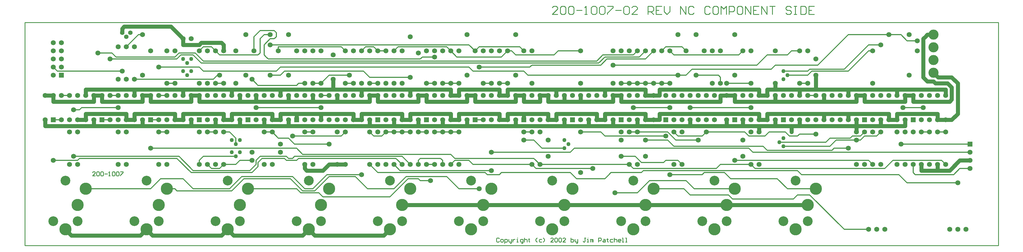
<source format=gtl>
*%FSLAX23Y23*%
*%MOIN*%
G01*
%ADD11C,0.006*%
%ADD12C,0.007*%
%ADD13C,0.008*%
%ADD14C,0.010*%
%ADD15C,0.012*%
%ADD16C,0.020*%
%ADD17C,0.032*%
%ADD18C,0.036*%
%ADD19C,0.050*%
%ADD20C,0.050*%
%ADD21C,0.052*%
%ADD22C,0.054*%
%ADD23C,0.055*%
%ADD24C,0.056*%
%ADD25C,0.059*%
%ADD26C,0.060*%
%ADD27C,0.062*%
%ADD28C,0.066*%
%ADD29C,0.070*%
%ADD30C,0.080*%
%ADD31C,0.090*%
%ADD32C,0.095*%
%ADD33C,0.115*%
%ADD34C,0.120*%
%ADD35C,0.124*%
%ADD36C,0.125*%
%ADD37C,0.129*%
%ADD38C,0.150*%
%ADD39C,0.154*%
%ADD40R,0.062X0.062*%
%ADD41R,0.066X0.066*%
D14*
X10318Y9439D02*
X10385D01*
X10318D02*
X10385Y9506D01*
Y9522D01*
X10368Y9539D01*
X10335D01*
X10318Y9522D01*
X10418D02*
X10435Y9539D01*
X10468D01*
X10485Y9522D01*
Y9456D01*
X10468Y9439D01*
X10435D01*
X10418Y9456D01*
Y9522D01*
X10518D02*
X10535Y9539D01*
X10568D01*
X10585Y9522D01*
Y9456D01*
X10568Y9439D01*
X10535D01*
X10518Y9456D01*
Y9522D01*
X10618Y9489D02*
X10685D01*
X10718Y9439D02*
X10751D01*
X10735D01*
Y9539D01*
X10736D01*
X10735D02*
X10718Y9522D01*
X10801D02*
X10818Y9539D01*
X10851D01*
X10868Y9522D01*
Y9456D01*
X10851Y9439D01*
X10818D01*
X10801Y9456D01*
Y9522D01*
X10901D02*
X10918Y9539D01*
X10951D01*
X10968Y9522D01*
Y9456D01*
X10951Y9439D01*
X10918D01*
X10901Y9456D01*
Y9522D01*
X11001Y9539D02*
X11068D01*
Y9522D01*
X11001Y9456D01*
Y9439D01*
X11101Y9489D02*
X11168D01*
X11201Y9522D02*
X11218Y9539D01*
X11251D01*
X11268Y9522D01*
Y9456D01*
X11251Y9439D01*
X11218D01*
X11201Y9456D01*
Y9522D01*
X11301Y9439D02*
X11368D01*
X11301D02*
X11368Y9506D01*
Y9522D01*
X11351Y9539D01*
X11318D01*
X11301Y9522D01*
X11501Y9539D02*
Y9439D01*
Y9539D02*
X11551D01*
X11568Y9522D01*
Y9489D01*
X11551Y9472D01*
X11501D01*
X11534D02*
X11568Y9439D01*
X11601Y9539D02*
X11668D01*
X11601D02*
Y9439D01*
X11668D01*
X11634Y9489D02*
X11601D01*
X11701Y9472D02*
Y9539D01*
Y9472D02*
X11734Y9439D01*
X11768Y9472D01*
Y9539D01*
X11901D02*
Y9439D01*
X11967D02*
X11901Y9539D01*
X11967D02*
Y9439D01*
X12067Y9522D02*
X12051Y9539D01*
X12017D01*
X12001Y9522D01*
Y9456D01*
X12017Y9439D01*
X12051D01*
X12067Y9456D01*
X12251Y9539D02*
X12267Y9522D01*
X12251Y9539D02*
X12217D01*
X12201Y9522D01*
Y9456D01*
X12217Y9439D01*
X12251D01*
X12267Y9456D01*
X12317Y9539D02*
X12351D01*
X12317D02*
X12301Y9522D01*
Y9456D01*
X12317Y9439D01*
X12351D01*
X12367Y9456D01*
Y9522D01*
X12351Y9539D01*
X12401D02*
Y9439D01*
X12434Y9506D02*
X12401Y9539D01*
X12434Y9506D02*
X12467Y9539D01*
Y9439D01*
X12501D02*
Y9539D01*
X12551D01*
X12567Y9522D01*
Y9489D01*
X12551Y9472D01*
X12501D01*
X12617Y9539D02*
X12651D01*
X12617D02*
X12601Y9522D01*
Y9456D01*
X12617Y9439D01*
X12651D01*
X12667Y9456D01*
Y9522D01*
X12651Y9539D01*
X12701D02*
Y9439D01*
X12767D02*
X12701Y9539D01*
X12767D02*
Y9439D01*
X12801Y9539D02*
X12867D01*
X12801D02*
Y9439D01*
X12867D01*
X12834Y9489D02*
X12801D01*
X12900Y9439D02*
Y9539D01*
X12967Y9439D01*
Y9539D01*
X13000D02*
X13067D01*
X13034D01*
Y9439D01*
X13250Y9539D02*
X13267Y9522D01*
X13250Y9539D02*
X13217D01*
X13200Y9522D01*
Y9506D01*
X13217Y9489D01*
X13250D01*
X13267Y9472D01*
Y9456D01*
X13250Y9439D01*
X13217D01*
X13200Y9456D01*
X13300Y9539D02*
X13334D01*
X13317D01*
Y9439D01*
X13300D01*
X13334D01*
X13384D02*
Y9539D01*
Y9439D02*
X13434D01*
X13450Y9456D01*
Y9522D01*
X13434Y9539D01*
X13384D01*
X13484D02*
X13550D01*
X13484D02*
Y9439D01*
X13550D01*
X13517Y9489D02*
X13484D01*
X4686Y7449D02*
X4653D01*
X4686Y7482D01*
Y7491D01*
X4678Y7499D01*
X4661D01*
X4653Y7491D01*
X4703D02*
X4711Y7499D01*
X4728D01*
X4736Y7491D01*
Y7457D01*
X4728Y7449D01*
X4711D01*
X4703Y7457D01*
Y7491D01*
X4753D02*
X4761Y7499D01*
X4778D01*
X4786Y7491D01*
Y7457D01*
X4778Y7449D01*
X4761D01*
X4753Y7457D01*
Y7491D01*
X4803Y7474D02*
X4836D01*
X4853Y7449D02*
X4870D01*
X4861D01*
Y7499D01*
X4862D01*
X4861D02*
X4853Y7491D01*
X4895D02*
X4903Y7499D01*
X4920D01*
X4928Y7491D01*
Y7457D01*
X4920Y7449D01*
X4903D01*
X4895Y7457D01*
Y7491D01*
X4945D02*
X4953Y7499D01*
X4970D01*
X4978Y7491D01*
Y7457D01*
X4970Y7449D01*
X4953D01*
X4945Y7457D01*
Y7491D01*
X4995Y7499D02*
X5028D01*
Y7491D01*
X4995Y7457D01*
Y7449D01*
X9658Y6684D02*
X9666Y6676D01*
X9658Y6684D02*
X9641D01*
X9633Y6676D01*
Y6642D01*
X9641Y6634D01*
X9658D01*
X9666Y6642D01*
X9691Y6634D02*
X9708D01*
X9716Y6642D01*
Y6659D01*
X9708Y6667D01*
X9691D01*
X9683Y6659D01*
Y6642D01*
X9691Y6634D01*
X9733Y6617D02*
Y6667D01*
X9758D01*
X9766Y6659D01*
Y6642D01*
X9758Y6634D01*
X9733D01*
X9783Y6642D02*
Y6667D01*
Y6642D02*
X9791Y6634D01*
X9816D01*
Y6626D01*
X9808Y6617D01*
X9800D01*
X9816Y6634D02*
Y6667D01*
X9833D02*
Y6634D01*
Y6651D01*
X9841Y6659D01*
X9850Y6667D01*
X9858D01*
X9883Y6634D02*
X9900D01*
X9891D01*
Y6667D01*
X9883D01*
X9891Y6684D02*
X9892D01*
X9941Y6617D02*
X9950D01*
X9958Y6626D01*
Y6667D01*
X9933D01*
X9925Y6659D01*
Y6642D01*
X9933Y6634D01*
X9958D01*
X9975D02*
Y6684D01*
Y6659D02*
Y6634D01*
Y6659D02*
X9983Y6667D01*
X10000D01*
X10008Y6659D01*
Y6634D01*
X10033Y6667D02*
Y6676D01*
Y6667D02*
X10025D01*
X10041D01*
X10033D01*
Y6642D01*
X10041Y6634D01*
X10116Y6651D02*
X10133Y6634D01*
X10116Y6651D02*
Y6667D01*
X10133Y6684D01*
X10166Y6667D02*
X10191D01*
X10166D02*
X10158Y6659D01*
Y6642D01*
X10166Y6634D01*
X10191D01*
X10208D02*
X10224Y6651D01*
Y6667D01*
X10208Y6684D01*
X10299Y6634D02*
X10333D01*
X10299D02*
X10333Y6667D01*
Y6676D01*
X10324Y6684D01*
X10308D01*
X10299Y6676D01*
X10349D02*
X10358Y6684D01*
X10374D01*
X10383Y6676D01*
Y6642D01*
X10374Y6634D01*
X10358D01*
X10349Y6642D01*
Y6676D01*
X10399D02*
X10408Y6684D01*
X10424D01*
X10433Y6676D01*
Y6642D01*
X10424Y6634D01*
X10408D01*
X10399Y6642D01*
Y6676D01*
X10449Y6634D02*
X10483D01*
X10449D02*
X10483Y6667D01*
Y6676D01*
X10474Y6684D01*
X10458D01*
X10449Y6676D01*
X10549Y6684D02*
Y6634D01*
X10574D01*
X10583Y6642D01*
Y6651D01*
Y6659D01*
X10574Y6667D01*
X10549D01*
X10599D02*
Y6642D01*
X10608Y6634D01*
X10633D01*
Y6626D01*
X10624Y6617D01*
X10616D01*
X10633Y6634D02*
Y6667D01*
X10716Y6684D02*
X10733D01*
X10724D02*
X10716D01*
X10724D02*
Y6642D01*
X10716Y6634D01*
X10708D01*
X10699Y6642D01*
X10749Y6634D02*
X10766D01*
X10758D01*
Y6667D01*
X10749D01*
X10758Y6684D02*
X10759D01*
X10791Y6667D02*
Y6634D01*
Y6667D02*
X10799D01*
X10808Y6659D01*
Y6634D01*
Y6659D01*
X10816Y6667D01*
X10824Y6659D01*
Y6634D01*
X10891D02*
Y6684D01*
X10916D01*
X10924Y6676D01*
Y6659D01*
X10916Y6651D01*
X10891D01*
X10949Y6667D02*
X10966D01*
X10974Y6659D01*
Y6634D01*
X10949D01*
X10941Y6642D01*
X10949Y6651D01*
X10974D01*
X10999Y6667D02*
Y6676D01*
Y6667D02*
X10991D01*
X11008D01*
X10999D01*
Y6642D01*
X11008Y6634D01*
X11041Y6667D02*
X11066D01*
X11041D02*
X11033Y6659D01*
Y6642D01*
X11041Y6634D01*
X11066D01*
X11083D02*
Y6684D01*
Y6659D02*
Y6634D01*
Y6659D02*
X11091Y6667D01*
X11108D01*
X11116Y6659D01*
Y6634D01*
X11141D02*
X11158D01*
X11141D02*
X11133Y6642D01*
Y6659D01*
X11141Y6667D01*
X11158D01*
X11166Y6659D01*
Y6651D01*
X11133D01*
X11182Y6634D02*
X11199D01*
X11191D01*
Y6684D01*
X11182D01*
X11224Y6634D02*
X11241D01*
X11232D01*
Y6684D01*
X11224D01*
X15818Y6589D02*
X3818D01*
Y9339D02*
X15818D01*
Y6589D01*
X3818D02*
Y9339D01*
D15*
X5068Y9039D02*
X5218Y9189D01*
X7368Y7289D02*
X7543Y7464D01*
X7568Y7439D02*
X7393Y7264D01*
X8343Y7214D02*
X8543Y7414D01*
X11368Y7239D02*
X11518Y7389D01*
X13593Y8814D02*
X13968Y9189D01*
X8518Y7439D02*
X8368Y7289D01*
X6518Y7414D02*
X6368Y7264D01*
X6343Y7289D02*
X6493Y7439D01*
X5493Y7414D02*
X5368Y7289D01*
X13968Y8739D02*
X14218Y8989D01*
X12968Y8939D02*
X12843Y8814D01*
X13918Y8764D02*
X14218Y9064D01*
X7268Y7289D02*
X7118Y7439D01*
X7093Y7414D02*
X7243Y7264D01*
X9018Y7439D02*
X9168Y7289D01*
X13493Y7214D02*
X13918Y6789D01*
X13218Y7289D02*
X13093Y7414D01*
X8043Y7289D02*
X7893Y7439D01*
X5893Y7289D02*
X5768Y7414D01*
X5893Y7514D02*
X5718Y7689D01*
X5693Y7664D02*
X5868Y7489D01*
X13918Y6789D02*
X14218D01*
X4218Y8739D02*
X4168Y8789D01*
X7268Y7289D02*
X7368D01*
X5368D02*
X4568D01*
X7243Y7264D02*
X7393D01*
X9168Y7289D02*
X9418D01*
X7443Y7239D02*
X7218D01*
X7168Y7289D02*
X6568D01*
X12018Y7214D02*
X12493D01*
X13343D02*
X13493D01*
X11943Y7289D02*
X11568D01*
X11368Y7239D02*
X11093D01*
X12068Y7289D02*
X12568D01*
X13218D02*
X13568D01*
X8368D02*
X8043D01*
X5668D02*
X5568D01*
X5693Y7264D02*
X6368D01*
X6343Y7289D02*
X5893D01*
X7493Y7189D02*
X8318D01*
X12543Y7164D02*
X13293D01*
X4518Y8289D02*
X4493Y8264D01*
Y7664D02*
X4468Y7639D01*
X12818Y7539D02*
X14418D01*
X14793Y7464D02*
X15268D01*
X15343Y7539D02*
X15468D01*
X12343D02*
X11318D01*
X10968Y7414D02*
X10618D01*
X9568Y7514D02*
X8443D01*
X7118Y7439D02*
X6493D01*
X7543Y7464D02*
X7968D01*
X7093Y7414D02*
X6518D01*
X7568Y7439D02*
X7893D01*
X8518D02*
X9018D01*
X8668Y7414D02*
X8543D01*
X12193Y7489D02*
X12443D01*
X12518Y7414D02*
X13093D01*
X11418Y7489D02*
X11043D01*
X11768Y7464D02*
X12168D01*
X10818Y7539D02*
X10118D01*
X9493Y7489D02*
X8168D01*
X9518Y7464D02*
X9668D01*
X9693Y7489D02*
X10543D01*
X5768Y7414D02*
X5493D01*
X6118Y7539D02*
X6218D01*
X5893Y7514D02*
X6593D01*
X6618Y7489D02*
X5868D01*
X13393Y7464D02*
X14593D01*
X13343Y7514D02*
X11443D01*
X14693Y7364D02*
X15318D01*
X8818Y7389D02*
X8693D01*
X11518D02*
X11968D01*
X14518Y7639D02*
X15118D01*
X14218D02*
X12568D01*
X8943Y7664D02*
X8693D01*
X8768Y7589D02*
X8868D01*
X9568Y7739D02*
X10543D01*
X12793D02*
X15468D01*
X12768Y7589D02*
X12393D01*
X6418Y7689D02*
X6018D01*
X6468Y7639D02*
X6618D01*
X6418Y7589D02*
X6268D01*
X9118Y7664D02*
X10093D01*
X9068Y7714D02*
X7243D01*
X7143Y7689D02*
X8468D01*
X7118Y7664D02*
X7068D01*
X7043Y7689D02*
X6718D01*
X5718D02*
X4418D01*
X7193Y7664D02*
X8393D01*
X7168Y7639D02*
X7043D01*
X7018Y7664D02*
X6743D01*
X5693D02*
X4493D01*
X4468Y7639D02*
X4168D01*
X11168Y7689D02*
X11343D01*
X11418Y7614D02*
X11693D01*
X11718Y7639D02*
X11868D01*
X11268Y7589D02*
X10168D01*
X9293Y7639D02*
X9118D01*
X9343Y7589D02*
X10068D01*
X4943Y8914D02*
X4893Y8964D01*
X11843Y7889D02*
X12118D01*
X14618Y7839D02*
X15468D01*
X14118Y7889D02*
X14068D01*
X10093D02*
X9968D01*
X10193Y7789D02*
X10468D01*
X10593D02*
X12743D01*
X7168D02*
X5368D01*
X11818Y7814D02*
X12918D01*
X13793Y7789D02*
X13968D01*
X11743Y7889D02*
X11468D01*
X7068Y7914D02*
X6943D01*
X7143Y7839D02*
X7568D01*
X12968Y7764D02*
X13768D01*
X13693Y7864D02*
X13118D01*
X13743Y7914D02*
X13993D01*
X13743Y7814D02*
X13168D01*
X13818Y7889D02*
X14068D01*
X12693Y7989D02*
X12218D01*
X12993D02*
X13193D01*
X11743D02*
X11368D01*
X11268D01*
X14868D02*
X14968D01*
X15068D02*
X15168D01*
X8968D02*
X8868D01*
X8968D02*
X9068D01*
X8768D02*
X8668D01*
X8568D02*
X8468D01*
X8368D01*
X8268D01*
X9968D02*
X10068D01*
X7368D02*
X7268D01*
X6168D02*
X6068D01*
X5568D02*
X5468D01*
X6268D02*
X6343D01*
X6768D02*
X6868D01*
X10668D02*
X10918D01*
X12743Y7939D02*
X12943D01*
X13243D02*
X13343D01*
X13368Y7964D02*
X13568D01*
X12168Y7939D02*
X11868D01*
X14168D02*
X14318D01*
X8218D02*
X8118D01*
X7718D02*
X7118D01*
X10968D02*
X11718D01*
X14018D02*
X14118D01*
X9168Y7989D02*
X9068D01*
X4493Y8264D02*
X4418D01*
X4518Y8289D02*
X4968D01*
X14643D02*
X14868D01*
X14893D01*
X12768D02*
X12018D01*
X11768D02*
X11318D01*
X4268Y8139D02*
X4168D01*
X4768D02*
X4868D01*
X9368D02*
X9468D01*
X5468D02*
X5368D01*
X6668Y8289D02*
X7468D01*
X13468Y8439D02*
X13568D01*
X4368D02*
X4268D01*
X4868D02*
X4968D01*
X5468D02*
X5568D01*
X7468D02*
X7568D01*
X5743Y8939D02*
X5693Y8889D01*
X5668Y8914D02*
X5718Y8964D01*
X5668Y7289D02*
X5693Y7264D01*
X6843Y8689D02*
X6968D01*
X8068Y8664D02*
X8568D01*
X5668Y8589D02*
X5568D01*
X6168D02*
X6268D01*
X8768D02*
X8868D01*
X8968D02*
X9068D01*
X9168D01*
X9668D02*
X9768D01*
X9568D02*
X9468D01*
X11368D02*
X11468D01*
X11568D01*
X11668D01*
X11768D01*
X11268D02*
X11168D01*
X11268D02*
X11368D01*
X11868Y8689D02*
X10018D01*
X7868Y8589D02*
X7768D01*
X8068D02*
X8168D01*
X6143Y8639D02*
X5168D01*
X6193Y8689D02*
X6218D01*
X13368Y8589D02*
X13468D01*
X12768D02*
X12468D01*
X11968Y8689D02*
X11868D01*
X12093D02*
X12368D01*
X13218D02*
X13468D01*
X7468Y8589D02*
X7368D01*
X7168Y8564D02*
X6693D01*
X7193Y8589D02*
X7268D01*
X7568Y8689D02*
X7818D01*
X6018Y8864D02*
X5918Y8964D01*
X5893Y8939D02*
X5993Y8839D01*
X7018Y8739D02*
X7993D01*
X9343D02*
X9968D01*
X9293Y8789D02*
X6968D01*
X6918Y8739D02*
X6018D01*
X5968Y8789D02*
X5468D01*
X9143Y8914D02*
X9693D01*
X10068Y8814D02*
X10918D01*
X10043Y8789D02*
X9418D01*
X5693Y8889D02*
X4868D01*
X11068Y8814D02*
X12843D01*
X11468Y8889D02*
X10993D01*
X10968Y8914D02*
X11393D01*
X5668D02*
X4943D01*
X6018Y8864D02*
X10868D01*
X8868Y8914D02*
X8718D01*
X13068Y8814D02*
X13593D01*
X5018Y8739D02*
X4218D01*
X12043Y8764D02*
X13018D01*
X13518Y8739D02*
X13968D01*
X13468D02*
X13168D01*
X13493Y8764D02*
X13918D01*
X10893Y8839D02*
X5993D01*
X6818Y8889D02*
X8693D01*
X5968Y7639D02*
Y7589D01*
X6143Y8639D02*
X6193Y8689D01*
X5968Y8989D02*
X6018Y9039D01*
Y7689D02*
X5968Y7639D01*
X6018Y8739D02*
X5968Y8789D01*
X6168Y8989D02*
X6118Y9039D01*
X6068Y7589D02*
X6118Y7539D01*
Y9039D02*
X6018D01*
X10393Y8989D02*
X10668D01*
X9818D02*
X9768D01*
X11718Y9039D02*
X11918D01*
X4893Y8964D02*
X4718D01*
X5718D02*
X5918D01*
X9418Y9039D02*
X9918D01*
X9018D02*
X8418D01*
X8118D02*
X8018D01*
X8168Y8989D02*
X8268D01*
X10943Y8939D02*
X11318D01*
X5893D02*
X5743D01*
X9868D02*
X10343D01*
X11818D02*
X12618D01*
X14218Y8989D02*
X14268D01*
X13368D02*
X13268D01*
X13218Y8939D02*
X12968D01*
X14218Y9064D02*
X14368D01*
X7718Y9039D02*
X6943D01*
X6843Y9064D02*
X9293D01*
X6693Y8939D02*
X6218D01*
X6268Y7589D02*
X6218Y7539D01*
Y8939D02*
X6168Y8989D01*
X5268Y9189D02*
X5218D01*
X13968D02*
X14068D01*
X14618D01*
X14693Y9114D02*
X14818D01*
X6843Y9189D02*
X6768D01*
X6843Y9139D02*
X6893D01*
Y9239D02*
X6718D01*
X6418Y7914D02*
Y7839D01*
X6468Y7639D02*
X6418Y7589D01*
Y7914D02*
X6343Y7989D01*
X6668Y7639D02*
Y7589D01*
X6693Y7564D02*
Y7614D01*
X6718Y8964D02*
Y9139D01*
X6643Y9089D02*
Y8989D01*
Y9089D02*
Y9164D01*
X6718Y7689D02*
X6668Y7639D01*
X6693Y7614D02*
X6743Y7664D01*
X6668Y7589D02*
X6593Y7514D01*
X6618Y7489D02*
X6693Y7564D01*
Y8939D02*
X6718Y8964D01*
Y9139D02*
X6768Y9189D01*
X6718Y9239D02*
X6643Y9164D01*
X6618Y8639D02*
X6693Y8564D01*
X6768Y8939D02*
Y9064D01*
X6918Y9164D02*
Y9214D01*
X6968Y8789D02*
X6918Y8739D01*
X6768Y9064D02*
X6843Y9139D01*
X6893D02*
X6918Y9164D01*
X6868Y7989D02*
X6943Y7914D01*
X6818Y8889D02*
X6793Y8914D01*
X6768Y8939D01*
X6918Y9214D02*
X6893Y9239D01*
X6943Y9039D02*
Y8989D01*
X7018Y8739D02*
X6968Y8689D01*
X7143Y7689D02*
X7118Y7664D01*
X7068D02*
X7043Y7689D01*
X7018Y7664D02*
X7043Y7639D01*
X7143Y7839D02*
X7068Y7914D01*
X7193Y7664D02*
X7168Y7639D01*
Y8564D02*
X7193Y8589D01*
X7168Y7789D02*
X7243Y7714D01*
X7168Y7289D02*
X7218Y7239D01*
X7468Y8589D02*
X7568Y8689D01*
X7443Y7239D02*
X7468Y7214D01*
X7493Y7189D01*
X7718Y7939D02*
X7768Y7989D01*
Y8989D02*
X7718Y9039D01*
X7968Y8989D02*
X8018Y9039D01*
X7993Y8739D02*
X8068Y8664D01*
Y7989D02*
X8118Y7939D01*
X8068Y7589D02*
X8168Y7489D01*
X8218Y7939D02*
X8268Y7989D01*
X8168Y8989D02*
X8118Y9039D01*
X8343Y7214D02*
X8318Y7189D01*
X8368Y8989D02*
X8418Y9039D01*
X8468Y7689D02*
X8568Y7589D01*
X8468D02*
X8393Y7664D01*
X8368Y7589D02*
X8443Y7514D01*
X8668Y7589D02*
Y7639D01*
X8693Y7664D01*
X8668Y7414D02*
X8693Y7389D01*
Y8889D02*
X8718Y8914D01*
X8968Y7639D02*
Y7589D01*
X9068D02*
X9118Y7639D01*
X8968D02*
X8943Y7664D01*
X9068Y7714D02*
X9118Y7664D01*
X9143Y8914D02*
X9068Y8989D01*
X9018Y9039D01*
X9368Y8989D02*
X9418Y9039D01*
X9293Y8789D02*
X9343Y8739D01*
X9368Y8989D02*
X9293Y9064D01*
Y7639D02*
X9343Y7589D01*
X9493Y7489D02*
X9518Y7464D01*
X9693Y8914D02*
X9768Y8989D01*
X9693Y7489D02*
X9668Y7464D01*
X9868Y8939D02*
X9818Y8989D01*
X10043Y8789D02*
X10068Y8814D01*
X9968Y8739D02*
X10018Y8689D01*
X9968Y8989D02*
X9918Y9039D01*
X10093Y7889D02*
X10193Y7789D01*
X10093Y7664D02*
X10168Y7589D01*
X10118Y7539D02*
X10068Y7589D01*
X10343Y8939D02*
X10393Y8989D01*
X10593Y7789D02*
X10543Y7739D01*
Y7489D02*
X10618Y7414D01*
X10918Y8814D02*
X10993Y8889D01*
X10968Y8914D02*
X10893Y8839D01*
X10868Y8864D02*
X10943Y8939D01*
X11018Y7464D02*
X10968Y7414D01*
X11018Y7464D02*
X11043Y7489D01*
X10968Y7939D02*
X10918Y7989D01*
X11393Y8914D02*
X11468Y8989D01*
X11368D02*
X11318Y8939D01*
X11443Y7514D02*
X11418Y7489D01*
Y7614D02*
X11343Y7689D01*
X11268Y7589D02*
X11318Y7539D01*
X11468Y8889D02*
X11568Y8989D01*
X11668D02*
X11718Y9039D01*
Y7639D02*
X11693Y7614D01*
X11868Y7939D02*
X11818Y7989D01*
X11743D02*
X11843Y7889D01*
X11818Y8939D02*
X11768Y8989D01*
X11743Y7889D02*
X11818Y7814D01*
X11968Y8689D02*
X12043Y8764D01*
X11968Y8989D02*
X11918Y9039D01*
X11943Y7289D02*
X12018Y7214D01*
X12068Y7289D02*
X11968Y7389D01*
X11918Y7589D02*
X11868Y7639D01*
X12168Y7939D02*
X12218Y7989D01*
X12193Y7489D02*
X12168Y7464D01*
X12393Y8589D02*
Y8664D01*
Y7589D02*
X12343Y7539D01*
X12393Y8664D02*
X12368Y8689D01*
X12493Y7214D02*
X12543Y7164D01*
X12518Y7414D02*
X12443Y7489D01*
X12618Y8939D02*
X12668Y8989D01*
X12693Y7989D02*
X12743Y7939D01*
Y7789D02*
X12793Y7739D01*
X12768Y7589D02*
X12818Y7539D01*
X12943Y7939D02*
X12993Y7989D01*
X12918Y7814D02*
X12968Y7764D01*
X13018Y8764D02*
X13068Y8814D01*
X13368Y7964D02*
X13343Y7939D01*
Y7214D02*
X13293Y7164D01*
X13218Y8939D02*
X13268Y8989D01*
X13193Y7989D02*
X13243Y7939D01*
X13343Y7514D02*
X13393Y7464D01*
X13468Y8689D02*
X13518Y8739D01*
X13493Y8764D02*
X13468Y8739D01*
X13793Y7789D02*
X13768Y7764D01*
X13693Y7864D02*
X13743Y7914D01*
X13818Y7889D02*
X13743Y7814D01*
X14118Y7889D02*
X14168Y7939D01*
X14018D02*
X13993Y7914D01*
X14118Y7939D02*
X14168Y7989D01*
X14318Y7939D02*
X14368Y7989D01*
X14218Y7639D02*
X14268Y7589D01*
X14418Y7539D02*
X14518Y7639D01*
X14593Y7464D02*
X14693Y7364D01*
Y9114D02*
X14618Y9189D01*
X14768Y7589D02*
Y7489D01*
X14793Y7464D01*
X15118Y7639D02*
X15168Y7589D01*
X15268Y7464D02*
X15343Y7539D01*
D20*
X8318Y6789D02*
X8243Y6714D01*
X7318Y6789D02*
X7243Y6714D01*
X6318Y6789D02*
X6243Y6714D01*
X5318Y6789D02*
X5243Y6714D01*
X14918Y9164D02*
X14943Y9189D01*
X14918Y9164D02*
X14893Y9139D01*
X15243Y8389D02*
X15218Y8364D01*
X15318Y8214D02*
X15243Y8139D01*
X5993Y9089D02*
X5968Y9064D01*
X5043Y9289D02*
X5018Y9264D01*
X15218Y7514D02*
X15343Y7639D01*
X7568Y7589D02*
X7493Y7514D01*
X7318Y6789D02*
X7393Y6714D01*
X6393D02*
X6318Y6789D01*
X4393Y6714D02*
X4318Y6789D01*
X5318D02*
X5393Y6714D01*
X15018Y8721D02*
X15075Y8664D01*
X14943Y8614D02*
X14893Y8664D01*
X15018Y8614D02*
X15043Y8589D01*
X15193D02*
X15243Y8539D01*
X15318Y8589D02*
X15243Y8664D01*
X6268Y9064D02*
X6243Y9089D01*
X5768Y9139D02*
X5618Y9289D01*
X7268Y7539D02*
X7293Y7514D01*
X7393Y6714D02*
X8243D01*
X7243D02*
X6393D01*
X6243D02*
X5393D01*
X5243D02*
X4393D01*
X4168Y8364D02*
Y8439D01*
X4068Y8139D02*
Y8064D01*
X12468Y7089D02*
X13468D01*
X12468D02*
X11468D01*
X10468D01*
X9468D02*
X8468D01*
X9468D02*
X10468D01*
X4568Y8139D02*
Y8214D01*
Y8439D02*
Y8514D01*
X14868Y7514D02*
X15068D01*
X15218D01*
X7493D02*
X7293D01*
X4768Y8364D02*
Y8439D01*
X4668D02*
Y8364D01*
Y8139D02*
Y8064D01*
X15343Y7639D02*
X15468D01*
X7768Y7589D02*
X7668D01*
X7568D01*
X5068Y8139D02*
Y8214D01*
X5018Y9214D02*
Y9264D01*
X4668Y8064D02*
X4068D01*
X4668D02*
X5268D01*
X5868D01*
X6168D01*
X6468D01*
X6768D01*
X7068D01*
X8068D01*
X8368D01*
X8668D01*
X8968D01*
X9268D01*
X14368D02*
X14668D01*
X14368D02*
X14068D01*
X13368D01*
X13268D01*
X12668D02*
X12468D01*
X12668D02*
X12868D01*
X13068D01*
X13268D01*
X12468D02*
X12018D01*
X11368D01*
X11068D01*
X10768D01*
X10468D01*
X9868D01*
X9268D01*
X5268Y8364D02*
Y8439D01*
X5168Y8214D02*
Y8139D01*
Y8439D02*
Y8514D01*
X5268Y8139D02*
Y8064D01*
X14568Y8214D02*
X15068D01*
X13968D02*
X13668D01*
X12968D01*
X12868D02*
X11643D01*
X11468D02*
X10968D01*
X10868D02*
X10368D01*
X10268D02*
X9968D01*
X9768D01*
X9668D02*
X9168D01*
X9068D02*
X8568D01*
X8468D02*
X7968D01*
X6868D02*
X6368D01*
X6268D02*
X5768D01*
X5668D02*
X5168D01*
X5068D02*
X4568D01*
X13968D02*
X14468D01*
Y8139D02*
X14568D01*
X12968D02*
X12868D01*
X11643D02*
X11568D01*
X11468D01*
X10968D02*
X10868D01*
X10368D02*
X10268D01*
X9768D02*
X9668D01*
X9168D02*
X9068D01*
X8568D02*
X8468D01*
X6968D02*
X6868D01*
X6368D02*
X6268D01*
X5768D02*
X5668D01*
X5168D02*
X5068D01*
X4568D02*
X4468D01*
X15068D02*
X15168D01*
X15243D01*
X7968D02*
X7868D01*
Y8214D02*
X7468D01*
X7168D01*
X6968D01*
X5368Y8364D02*
Y8439D01*
X14068D02*
X14168D01*
X12568D02*
X12468D01*
X12393D01*
X11168D02*
X11068D01*
X10268D02*
X10168D01*
X9968D02*
X9868D01*
X9368D02*
X9268D01*
X8768D02*
X8668D01*
X8168D02*
X8068D01*
X5968D02*
X5868D01*
X5368D02*
X5268D01*
X4768D02*
X4668D01*
X4168D02*
X4068D01*
X14568Y8514D02*
X15168D01*
X14568D02*
X13968D01*
X13368D01*
X12968D01*
X12868D02*
X11643D01*
X12868Y8439D02*
X12968D01*
X11643D02*
X11568D01*
X11468Y8514D02*
X10968D01*
X11468Y8439D02*
X11568D01*
X10968Y8514D02*
X10368D01*
X9768D01*
X9668D02*
X9168D01*
X9668Y8439D02*
X9768D01*
X9068Y8514D02*
X8568D01*
X9068Y8439D02*
X9168D01*
X8568Y8514D02*
X7968D01*
X6968D02*
X6368D01*
X5768D01*
X5168D01*
X4568D01*
X14668Y8439D02*
X14768D01*
X13568Y8514D02*
X13368D01*
X14168Y8364D02*
X14668D01*
X14068D02*
X13668D01*
X13068D01*
X12568D01*
X12393D02*
X11168D01*
X11068D02*
X10668D01*
X10468D01*
X10268D01*
X10168D02*
X9968D01*
X9868D02*
X9368D01*
X9268D02*
X8768D01*
X8668D02*
X8168D01*
X7068D02*
X6668D01*
X6468D01*
X5968D01*
X5868D02*
X5368D01*
X5268D02*
X4768D01*
X4668D02*
X4168D01*
X14768D02*
X15218D01*
X8068D02*
X7668D01*
X7368D01*
X7068D01*
X6968Y8514D02*
X7968D01*
X5668Y8214D02*
Y8139D01*
X15075Y8664D02*
X15243D01*
X15018Y8614D02*
X14943D01*
X15043Y8589D02*
X15193D01*
X5868Y8439D02*
Y8364D01*
X5768Y8214D02*
Y8139D01*
Y8439D02*
Y8514D01*
X5868Y8139D02*
Y8064D01*
X5768Y9064D02*
Y9139D01*
X5968Y8439D02*
Y8364D01*
X5993Y9089D02*
X6243D01*
X5968Y9064D02*
X5768D01*
X6268Y8214D02*
Y8139D01*
X6168D02*
Y8064D01*
X6268Y8989D02*
Y9064D01*
X14943Y9189D02*
X15018D01*
X5618Y9289D02*
X5043D01*
X6468Y8439D02*
Y8364D01*
X6368Y8214D02*
Y8139D01*
Y8439D02*
Y8514D01*
X6468Y8139D02*
Y8064D01*
X6668Y8364D02*
Y8439D01*
X6868Y8214D02*
Y8139D01*
X6768D02*
Y8064D01*
X7068Y8364D02*
Y8439D01*
X6968Y8214D02*
Y8139D01*
Y8439D02*
Y8514D01*
X7068Y8139D02*
Y8064D01*
X7268Y7589D02*
Y7539D01*
X7168Y8139D02*
Y8214D01*
X7368Y8364D02*
Y8439D01*
X7468Y8214D02*
Y8139D01*
X7668Y8364D02*
Y8439D01*
X7618Y8514D02*
Y8639D01*
X7868Y8214D02*
Y8139D01*
X8068Y8364D02*
Y8439D01*
X7968D02*
Y8514D01*
X8068Y8139D02*
Y8064D01*
X7968Y8139D02*
Y8214D01*
X8168Y8364D02*
Y8439D01*
X8468Y8214D02*
Y8139D01*
X8368D02*
Y8064D01*
X8668Y8364D02*
Y8439D01*
X8568Y8214D02*
Y8139D01*
Y8439D02*
Y8514D01*
X8668Y8139D02*
Y8064D01*
X8768Y8364D02*
Y8439D01*
X9068Y8214D02*
Y8139D01*
Y8439D02*
Y8514D01*
X8968Y8139D02*
Y8064D01*
X9268Y8364D02*
Y8439D01*
Y8139D02*
Y8064D01*
X9168Y8139D02*
Y8214D01*
Y8439D02*
Y8514D01*
X9368Y8439D02*
Y8364D01*
X9768Y8214D02*
Y8139D01*
X9668D02*
Y8214D01*
X9768Y8439D02*
Y8514D01*
X9668D02*
Y8439D01*
X9968D02*
Y8364D01*
X9868D02*
Y8439D01*
X9968Y8214D02*
Y8139D01*
X9868D02*
Y8064D01*
X10168Y8364D02*
Y8439D01*
X10268D02*
Y8364D01*
X10368Y8214D02*
Y8139D01*
X10268D02*
Y8214D01*
X10368Y8439D02*
Y8514D01*
X10468Y8439D02*
Y8364D01*
Y8139D02*
Y8064D01*
X10668Y8364D02*
Y8439D01*
X10768Y8139D02*
Y8064D01*
X10968Y8139D02*
Y8214D01*
X10868D02*
Y8139D01*
X10968Y8439D02*
Y8514D01*
X11168Y8439D02*
Y8364D01*
X11068D02*
Y8439D01*
Y8139D02*
Y8064D01*
X11368D02*
Y8139D01*
X11468D02*
Y8214D01*
Y8439D02*
Y8514D01*
X11643Y8214D02*
Y8139D01*
Y8439D02*
Y8514D01*
X12018Y8139D02*
Y8064D01*
X12393Y8364D02*
Y8439D01*
X12568D02*
Y8364D01*
X12468Y8139D02*
Y8064D01*
X12668D02*
Y8139D01*
X12968D02*
Y8214D01*
X12868D02*
Y8139D01*
X12968Y8439D02*
Y8514D01*
X12868D02*
Y8439D01*
Y8064D02*
Y7989D01*
X13068Y8364D02*
Y8439D01*
Y8139D02*
Y8064D01*
Y8514D02*
Y8589D01*
X13368Y8139D02*
Y8064D01*
X13268D02*
Y7989D01*
X13368Y8439D02*
Y8514D01*
X13568D02*
Y8689D01*
X13668Y8439D02*
Y8364D01*
Y8214D02*
Y8139D01*
X13968D02*
Y8214D01*
Y8439D02*
Y8514D01*
X14168Y8439D02*
Y8364D01*
X14068D02*
Y8439D01*
Y8139D02*
Y8064D01*
Y7989D01*
X14468Y8139D02*
Y8214D01*
X14368Y8139D02*
Y8064D01*
X14668Y8364D02*
Y8439D01*
X14568Y8214D02*
Y8139D01*
Y8439D02*
Y8514D01*
X14668Y8139D02*
Y8064D01*
X14893Y8664D02*
Y9139D01*
X14768Y8439D02*
Y8364D01*
X14868Y7589D02*
Y7514D01*
X15068Y8139D02*
Y8214D01*
Y7589D02*
Y7514D01*
X15168Y8439D02*
Y8514D01*
X15243Y8539D02*
Y8389D01*
X15318Y8214D02*
Y8589D01*
X13118Y7864D02*
D03*
X13168Y7814D02*
D03*
Y7914D02*
D03*
X13218Y8689D02*
D03*
X13168Y8739D02*
D03*
Y8639D02*
D03*
X10468Y7889D02*
D03*
X10518Y7839D02*
D03*
X10468Y7789D02*
D03*
X6418Y7839D02*
D03*
X6468Y7889D02*
D03*
X6368D02*
D03*
X6418Y7689D02*
D03*
X6468Y7739D02*
D03*
X6368D02*
D03*
X5818Y8839D02*
D03*
X5868Y8889D02*
D03*
X5768D02*
D03*
X5818Y8689D02*
D03*
X5868Y8739D02*
D03*
X5768D02*
D03*
D23*
X5018Y9214D02*
D03*
X5068Y9164D02*
D03*
X5118Y9214D02*
D03*
D27*
X15318Y7364D02*
D03*
X14818Y9114D02*
D03*
X14893Y8289D02*
D03*
X14618Y7839D02*
D03*
X14643Y8289D02*
D03*
X14468Y9189D02*
D03*
X14368Y9064D02*
D03*
X14068Y7889D02*
D03*
X13968Y7789D02*
D03*
X13568Y7964D02*
D03*
X12768Y8289D02*
D03*
X12468Y8589D02*
D03*
X12568Y7639D02*
D03*
X12218Y7989D02*
D03*
X12118Y7889D02*
D03*
X12018Y8289D02*
D03*
X11768Y7464D02*
D03*
Y8289D02*
D03*
X11718Y7939D02*
D03*
X11318Y8289D02*
D03*
X11068Y8814D02*
D03*
X11093Y7239D02*
D03*
X11168Y7689D02*
D03*
X10818Y7539D02*
D03*
X9568Y7739D02*
D03*
Y7514D02*
D03*
X9418Y8789D02*
D03*
Y7289D02*
D03*
X8868Y8914D02*
D03*
X8818Y7389D02*
D03*
X7968Y7464D02*
D03*
X7818Y8689D02*
D03*
X7568Y7839D02*
D03*
X7468Y8289D02*
D03*
X7118Y7939D02*
D03*
X6843Y9064D02*
D03*
X6618Y8639D02*
D03*
X6668Y8289D02*
D03*
X6218Y8689D02*
D03*
X5468Y8789D02*
D03*
X5368Y7789D02*
D03*
X5018Y8739D02*
D03*
X4868Y8889D02*
D03*
X4968Y8289D02*
D03*
X4718Y8964D02*
D03*
X4418Y8264D02*
D03*
Y7689D02*
D03*
X4168Y7639D02*
D03*
X15468Y7539D02*
D03*
Y7639D02*
D03*
Y7739D02*
D03*
X15318Y6789D02*
D03*
X15218D02*
D03*
X15418D02*
D03*
X14818Y8989D02*
D03*
X14718Y8689D02*
D03*
Y9189D02*
D03*
X13968Y8439D02*
D03*
Y8139D02*
D03*
X14168Y8439D02*
D03*
X14268D02*
D03*
X14368D02*
D03*
X14468D02*
D03*
Y8139D02*
D03*
X14368D02*
D03*
X14268D02*
D03*
X14568Y8439D02*
D03*
Y8139D02*
D03*
X14068D02*
D03*
Y8439D02*
D03*
X14268Y7989D02*
D03*
Y7589D02*
D03*
X14168Y7989D02*
D03*
Y7589D02*
D03*
X14368Y7989D02*
D03*
Y7589D02*
D03*
X14068Y7989D02*
D03*
Y7589D02*
D03*
X14268Y8989D02*
D03*
Y8589D02*
D03*
X14768Y8439D02*
D03*
X14868D02*
D03*
X14968D02*
D03*
X15068D02*
D03*
Y8139D02*
D03*
X14968D02*
D03*
X14868D02*
D03*
X14668D02*
D03*
Y8439D02*
D03*
X15168D02*
D03*
Y8139D02*
D03*
X15068Y7989D02*
D03*
Y7589D02*
D03*
X15168D02*
D03*
Y7989D02*
D03*
X14968D02*
D03*
Y7589D02*
D03*
X14868Y7989D02*
D03*
Y7589D02*
D03*
X14768D02*
D03*
Y7989D02*
D03*
X14668Y7589D02*
D03*
Y7989D02*
D03*
X14568D02*
D03*
Y7589D02*
D03*
X14318Y6789D02*
D03*
X14218D02*
D03*
X14418D02*
D03*
X13068Y8589D02*
D03*
Y8989D02*
D03*
X12293Y8589D02*
D03*
Y8989D02*
D03*
X12668D02*
D03*
X12568Y8689D02*
D03*
Y9189D02*
D03*
X13568Y8889D02*
D03*
Y8689D02*
D03*
X13368Y8589D02*
D03*
Y8989D02*
D03*
X12393D02*
D03*
Y8589D02*
D03*
X12468Y8139D02*
D03*
Y8439D02*
D03*
X12568D02*
D03*
X12668D02*
D03*
X12768D02*
D03*
X12868D02*
D03*
Y8139D02*
D03*
X12768D02*
D03*
X12668D02*
D03*
X12968Y8439D02*
D03*
Y8139D02*
D03*
X12768Y8989D02*
D03*
Y8589D02*
D03*
Y7989D02*
D03*
Y7589D02*
D03*
X12868Y7989D02*
D03*
Y7589D02*
D03*
X12668Y7689D02*
D03*
Y7889D02*
D03*
X13168Y8439D02*
D03*
X13268D02*
D03*
X13368D02*
D03*
X13468D02*
D03*
X13568D02*
D03*
X13668D02*
D03*
X13768D02*
D03*
X13868D02*
D03*
Y8139D02*
D03*
X13768D02*
D03*
X13668D02*
D03*
X13568D02*
D03*
X13468D02*
D03*
X13368D02*
D03*
X13268D02*
D03*
X13068D02*
D03*
Y8439D02*
D03*
X13468Y8989D02*
D03*
Y8589D02*
D03*
X12193Y8989D02*
D03*
X12093Y8689D02*
D03*
Y9189D02*
D03*
X11268Y8589D02*
D03*
Y8989D02*
D03*
X11168Y8589D02*
D03*
Y8989D02*
D03*
X11068Y8589D02*
D03*
Y8989D02*
D03*
X11368Y8589D02*
D03*
Y8989D02*
D03*
X11468Y8589D02*
D03*
Y8989D02*
D03*
X11568Y8589D02*
D03*
Y8989D02*
D03*
X11968D02*
D03*
X11868Y8689D02*
D03*
Y9189D02*
D03*
X11168Y8439D02*
D03*
X11268D02*
D03*
X11368D02*
D03*
X11468D02*
D03*
Y8139D02*
D03*
X11368D02*
D03*
X11268D02*
D03*
X11668Y8989D02*
D03*
Y8589D02*
D03*
X11768Y8989D02*
D03*
Y8589D02*
D03*
X11568Y8439D02*
D03*
Y8139D02*
D03*
X11068D02*
D03*
Y8439D02*
D03*
X11718D02*
D03*
X11818D02*
D03*
X11918D02*
D03*
X12018D02*
D03*
X12118D02*
D03*
X12218D02*
D03*
X12318D02*
D03*
Y8139D02*
D03*
X12218D02*
D03*
X12118D02*
D03*
X12018D02*
D03*
X11918D02*
D03*
X11818D02*
D03*
X11268Y7989D02*
D03*
Y7589D02*
D03*
X11368Y7989D02*
D03*
Y7589D02*
D03*
X11468Y7689D02*
D03*
Y7889D02*
D03*
X11168D02*
D03*
Y7989D02*
D03*
X11918Y7589D02*
D03*
Y7989D02*
D03*
X11818Y7589D02*
D03*
Y7989D02*
D03*
X10968Y8439D02*
D03*
Y8139D02*
D03*
X10668Y8989D02*
D03*
Y8589D02*
D03*
Y7489D02*
D03*
Y7989D02*
D03*
X9068Y8589D02*
D03*
Y8989D02*
D03*
X9168Y8589D02*
D03*
Y8989D02*
D03*
X9368D02*
D03*
X9268Y8689D02*
D03*
Y9189D02*
D03*
X9968Y8989D02*
D03*
X9868Y8689D02*
D03*
Y9189D02*
D03*
X9768Y8589D02*
D03*
Y8989D02*
D03*
X9668Y8589D02*
D03*
Y8989D02*
D03*
X9568Y8589D02*
D03*
Y8989D02*
D03*
X10568Y8439D02*
D03*
X10668D02*
D03*
X10768D02*
D03*
X10868D02*
D03*
Y8139D02*
D03*
X10768D02*
D03*
X10668D02*
D03*
X10468D02*
D03*
Y8439D02*
D03*
X10368D02*
D03*
Y8139D02*
D03*
X9968Y8439D02*
D03*
X10068D02*
D03*
X10168D02*
D03*
X10268D02*
D03*
Y8139D02*
D03*
X10168D02*
D03*
X10068D02*
D03*
X9868D02*
D03*
Y8439D02*
D03*
X10068Y7989D02*
D03*
Y7589D02*
D03*
X10168Y7989D02*
D03*
Y7589D02*
D03*
X10268Y7689D02*
D03*
Y7889D02*
D03*
X10068Y8989D02*
D03*
Y8589D02*
D03*
X9968Y7989D02*
D03*
Y7889D02*
D03*
X9368Y8439D02*
D03*
X9468D02*
D03*
X9568D02*
D03*
X9668D02*
D03*
Y8139D02*
D03*
X9568D02*
D03*
X9468D02*
D03*
X9268D02*
D03*
Y8439D02*
D03*
X9768D02*
D03*
Y8139D02*
D03*
X9168Y8439D02*
D03*
Y8139D02*
D03*
X9068Y7989D02*
D03*
Y7589D02*
D03*
X9468Y8989D02*
D03*
Y8589D02*
D03*
X9168Y7989D02*
D03*
Y7589D02*
D03*
X8868Y8589D02*
D03*
Y8989D02*
D03*
X8968Y8589D02*
D03*
Y8989D02*
D03*
X8368Y8589D02*
D03*
Y8989D02*
D03*
X8468Y8589D02*
D03*
Y8989D02*
D03*
X8168D02*
D03*
Y8589D02*
D03*
X8068Y8989D02*
D03*
Y8589D02*
D03*
X7968D02*
D03*
Y8989D02*
D03*
X7768Y8589D02*
D03*
Y8989D02*
D03*
X8668Y8964D02*
D03*
X8568Y8664D02*
D03*
Y9164D02*
D03*
X7618Y8639D02*
D03*
Y8939D02*
D03*
X8768Y8439D02*
D03*
X8868D02*
D03*
X8968D02*
D03*
X9068D02*
D03*
Y8139D02*
D03*
X8968D02*
D03*
X8868D02*
D03*
X8668D02*
D03*
Y8439D02*
D03*
X8768Y7589D02*
D03*
Y7989D02*
D03*
X8668D02*
D03*
Y7589D02*
D03*
X8868D02*
D03*
Y7989D02*
D03*
X8968Y7589D02*
D03*
Y7989D02*
D03*
X8768Y8989D02*
D03*
Y8589D02*
D03*
X8568Y8439D02*
D03*
Y8139D02*
D03*
X8168Y8439D02*
D03*
X8268D02*
D03*
X8368D02*
D03*
X8468D02*
D03*
Y8139D02*
D03*
X8368D02*
D03*
X8268D02*
D03*
X8068D02*
D03*
Y8439D02*
D03*
X8268Y7989D02*
D03*
Y7589D02*
D03*
X8368Y7989D02*
D03*
Y7589D02*
D03*
X8468Y7989D02*
D03*
Y7589D02*
D03*
X8568Y7989D02*
D03*
Y7589D02*
D03*
X8168Y7989D02*
D03*
Y7589D02*
D03*
X8068Y7989D02*
D03*
Y7589D02*
D03*
X8268Y8989D02*
D03*
Y8589D02*
D03*
X7968Y8439D02*
D03*
Y8139D02*
D03*
X7768Y7589D02*
D03*
Y7989D02*
D03*
X7868Y8989D02*
D03*
Y8589D02*
D03*
X7668Y7989D02*
D03*
Y7589D02*
D03*
X6543Y9189D02*
D03*
Y8689D02*
D03*
X6643Y8989D02*
D03*
X6943D02*
D03*
X6843Y8689D02*
D03*
Y9189D02*
D03*
X7168Y8989D02*
D03*
X7068Y8689D02*
D03*
Y9189D02*
D03*
X7268Y8589D02*
D03*
Y8989D02*
D03*
X6418Y8589D02*
D03*
Y8989D02*
D03*
X7168Y8439D02*
D03*
X7268D02*
D03*
X7368D02*
D03*
X7468D02*
D03*
X7568D02*
D03*
X7668D02*
D03*
X7768D02*
D03*
X7868D02*
D03*
Y8139D02*
D03*
X7768D02*
D03*
X7668D02*
D03*
X7568D02*
D03*
X7468D02*
D03*
X7368D02*
D03*
X7268D02*
D03*
X7368Y8989D02*
D03*
Y8589D02*
D03*
X7468Y8989D02*
D03*
Y8589D02*
D03*
X7068Y8139D02*
D03*
Y8439D02*
D03*
X7268Y7989D02*
D03*
Y7589D02*
D03*
X7368D02*
D03*
Y7989D02*
D03*
X6568Y8439D02*
D03*
X6668D02*
D03*
X6768D02*
D03*
X6868D02*
D03*
Y8139D02*
D03*
X6768D02*
D03*
X6668D02*
D03*
X6468D02*
D03*
Y8439D02*
D03*
X6968D02*
D03*
Y8139D02*
D03*
X6368Y8439D02*
D03*
Y8139D02*
D03*
X5968Y8439D02*
D03*
X6068D02*
D03*
X6168D02*
D03*
X6268D02*
D03*
Y8139D02*
D03*
X6168D02*
D03*
X6068D02*
D03*
Y8989D02*
D03*
Y8589D02*
D03*
X5968Y8989D02*
D03*
Y8589D02*
D03*
X6168Y8989D02*
D03*
Y8589D02*
D03*
X6268Y8989D02*
D03*
Y8589D02*
D03*
X5968Y7589D02*
D03*
Y7989D02*
D03*
X6168D02*
D03*
Y7589D02*
D03*
X6068D02*
D03*
Y7989D02*
D03*
X6268D02*
D03*
Y7589D02*
D03*
X6968Y7739D02*
D03*
Y7839D02*
D03*
X6868Y7989D02*
D03*
Y7589D02*
D03*
X6768Y7989D02*
D03*
Y7589D02*
D03*
X6618Y7639D02*
D03*
Y7739D02*
D03*
X5568Y8589D02*
D03*
Y8989D02*
D03*
X5768Y9139D02*
D03*
X5868D02*
D03*
X5368Y8989D02*
D03*
X5268Y8689D02*
D03*
Y9189D02*
D03*
X5068Y8639D02*
D03*
Y9039D02*
D03*
X4468Y7989D02*
D03*
Y7589D02*
D03*
X4968Y7989D02*
D03*
Y7589D02*
D03*
X5068Y7989D02*
D03*
Y7589D02*
D03*
X5868Y8139D02*
D03*
Y8439D02*
D03*
X5768D02*
D03*
Y8139D02*
D03*
X5368Y8439D02*
D03*
X5468D02*
D03*
X5568D02*
D03*
X5668D02*
D03*
Y8139D02*
D03*
X5568D02*
D03*
X5468D02*
D03*
X5268D02*
D03*
Y8439D02*
D03*
X5568Y7589D02*
D03*
Y7989D02*
D03*
X5468D02*
D03*
Y7589D02*
D03*
X5668Y8989D02*
D03*
Y8589D02*
D03*
X5168Y9039D02*
D03*
Y8639D02*
D03*
X4968Y9039D02*
D03*
Y8639D02*
D03*
X5168Y8439D02*
D03*
Y8139D02*
D03*
X4568Y8439D02*
D03*
Y8139D02*
D03*
X4668D02*
D03*
Y8439D02*
D03*
X4768D02*
D03*
X4868D02*
D03*
X4968D02*
D03*
X5068D02*
D03*
Y8139D02*
D03*
X4968D02*
D03*
X4868D02*
D03*
X4368Y7989D02*
D03*
Y7589D02*
D03*
X4168Y8439D02*
D03*
X4268D02*
D03*
X4368D02*
D03*
X4468D02*
D03*
Y8139D02*
D03*
X4368D02*
D03*
X4268D02*
D03*
X4168Y8689D02*
D03*
X4268Y8789D02*
D03*
X4168D02*
D03*
X4268Y8889D02*
D03*
X4168D02*
D03*
X4268Y8989D02*
D03*
X4168D02*
D03*
X4268Y9089D02*
D03*
X4168D02*
D03*
X4068Y8139D02*
D03*
Y8439D02*
D03*
D34*
X12318Y7389D02*
D03*
X12468Y6889D02*
D03*
X12168D02*
D03*
X13318Y7389D02*
D03*
X13468Y6889D02*
D03*
X13168D02*
D03*
X11318Y7389D02*
D03*
X11468Y6889D02*
D03*
X11168D02*
D03*
X10318Y7389D02*
D03*
X10468Y6889D02*
D03*
X10168D02*
D03*
X9318Y7389D02*
D03*
X9468Y6889D02*
D03*
X9168D02*
D03*
X8318Y7389D02*
D03*
X8468Y6889D02*
D03*
X8168D02*
D03*
X6318Y7389D02*
D03*
X6468Y6889D02*
D03*
X6168D02*
D03*
X7318Y7389D02*
D03*
X7468Y6889D02*
D03*
X7168D02*
D03*
X5318Y7389D02*
D03*
X5468Y6889D02*
D03*
X5168D02*
D03*
X4318Y7389D02*
D03*
X4468Y6889D02*
D03*
X4168D02*
D03*
D36*
X15018Y9189D02*
D03*
Y8721D02*
D03*
Y8877D02*
D03*
Y9033D02*
D03*
D38*
X12318Y6789D02*
D03*
X12468Y7089D02*
D03*
X12568Y7289D02*
D03*
X13318Y6789D02*
D03*
X13468Y7089D02*
D03*
X13568Y7289D02*
D03*
X11318Y6789D02*
D03*
X11468Y7089D02*
D03*
X11568Y7289D02*
D03*
X10318Y6789D02*
D03*
X10468Y7089D02*
D03*
X10568Y7289D02*
D03*
X9318Y6789D02*
D03*
X9468Y7089D02*
D03*
X9568Y7289D02*
D03*
X8318Y6789D02*
D03*
X8468Y7089D02*
D03*
X8568Y7289D02*
D03*
X6318Y6789D02*
D03*
X6468Y7089D02*
D03*
X6568Y7289D02*
D03*
X7318Y6789D02*
D03*
X7468Y7089D02*
D03*
X7568Y7289D02*
D03*
X5318Y6789D02*
D03*
X5468Y7089D02*
D03*
X5568Y7289D02*
D03*
X4318Y6789D02*
D03*
X4468Y7089D02*
D03*
X4568Y7289D02*
D03*
D40*
X15468Y7839D02*
D03*
X14168Y8139D02*
D03*
X14768D02*
D03*
X12568D02*
D03*
X13168D02*
D03*
X11168D02*
D03*
X11718D02*
D03*
X10568D02*
D03*
X9968D02*
D03*
X9368D02*
D03*
X8768D02*
D03*
X8168D02*
D03*
X7168D02*
D03*
X6568D02*
D03*
X5968D02*
D03*
X5368D02*
D03*
X4768D02*
D03*
X4168D02*
D03*
X4268Y8689D02*
D03*
M02*

</source>
